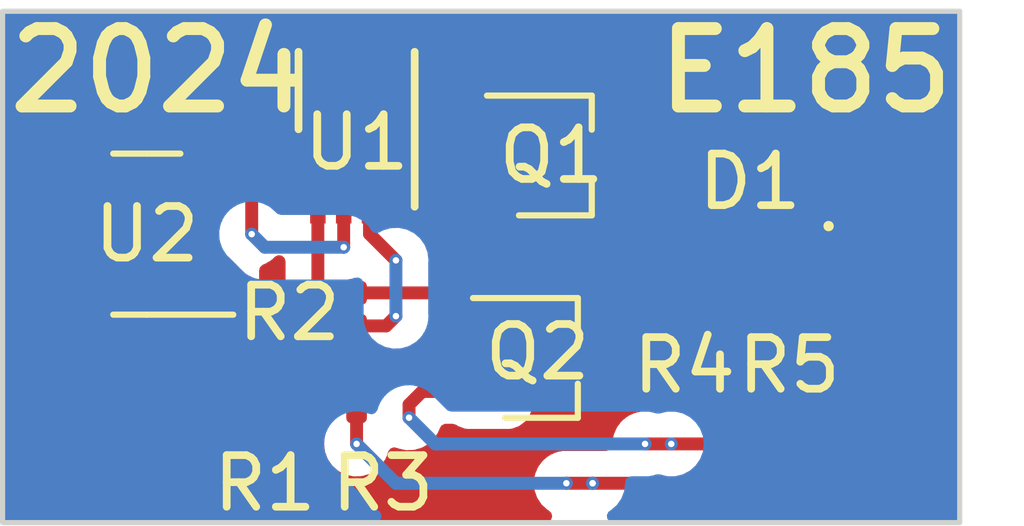
<source format=kicad_pcb>
(kicad_pcb (version 20221018) (generator pcbnew)
  (layers (0 "F.Cu" signal) (31 "B.Cu" signal) (34 "B.Paste" user) (35 "F.Paste" user) (36 "B.SilkS" user "B.Silkscreen") (37 "F.SilkS" user "F.Silkscreen") (38 "B.Mask" user) (39 "F.Mask" user) (44 "Edge.Cuts" user))
  (net 0 "")
  (net 1 "Net-(D1-K)")
  (net 2 "5V")
  (net 3 "Net-(Q1-B)")
  (net 4 "Net-(Q1-E)")
  (net 5 "Net-(Q2-E)")
  (net 6 "0")
  (net 7 "Net-(U1A-+)")
  (net 8 "Net-(U1A--)")
  (footprint "Resistor_SMD:R_0201_0603Metric" (layer "F.Cu") (at 121.666 87.31 90)
    (fp_text reference "R2" (at -0.066 -1.304) (layer "F.SilkS"))
    (fp_text value "R" hide)
    (pad "1" smd roundrect (at -0.32 0 90) (size 0.46 0.4) (layers "F.Cu" "F.Mask") (net 7 "Net-(U1A-+)"))
    (pad "2" smd roundrect (at 0.32 0 90) (size 0.46 0.4) (layers "F.Cu" "F.Mask") (net 3 "Net-(Q1-B)"))
  )
  (footprint "Resistor_SMD:R_0201_0603Metric" (layer "F.Cu") (at 128.778 86.805 90)
    (fp_text reference "R4" (at -1.587 -0.762 180) (layer "F.SilkS"))
    (fp_text value "R" hide)
    (pad "1" smd roundrect (at -0.32 0 90) (size 0.46 0.4) (layers "F.Cu" "F.Mask") (net 6 "0"))
    (pad "2" smd roundrect (at 0.32 0 90) (size 0.46 0.4) (layers "F.Cu" "F.Mask") (net 4 "Net-(Q1-E)"))
  )
  (footprint "LED_SMD:LED_0201_0603Metric" (layer "F.Cu") (at 130.81 84.836 90)
    (fp_text reference "D1" (at 0 -1.524 180) (layer "F.SilkS"))
    (fp_text value "LED" hide)
    (fp_circle (center -0.86 0) (end -0.81 0) (stroke (width 0.1)) (fill none) (layer "F.SilkS"))
    (pad "1" smd roundrect (at -0.32 0 90) (size 0.46 0.4) (layers "F.Cu" "F.Mask") (net 1 "Net-(D1-K)"))
    (pad "2" smd roundrect (at 0.32 0 90) (size 0.46 0.4) (layers "F.Cu" "F.Mask") (net 2 "5V"))
  )
  (footprint "Package_DFN_QFN:DFN-8-1EP_3x2mm_P0.5mm_EP1.75x1.45mm" (layer "F.Cu") (at 121.666 83.82 90)
    (fp_text reference "U1" (at -0.254 0 180) (layer "F.SilkS"))
    (fp_text value "MCP6002-xMC" hide)
    (fp_line (start -1.5 1.125) (end 1.5 1.125) (stroke (width 0.15)) (layer "F.SilkS"))
    (fp_line (start 0 -1.125) (end 1.5 -1.125) (stroke (width 0.15)) (layer "F.SilkS"))
    (pad "1" smd rect (at -1.45 -0.75 90) (size 0.75 0.3) (layers "F.Cu" "F.Paste" "F.Mask") (net 3 "Net-(Q1-B)"))
    (pad "2" smd rect (at -1.45 -0.25 90) (size 0.75 0.3) (layers "F.Cu" "F.Paste" "F.Mask") (net 8 "Net-(U1A--)"))
    (pad "3" smd rect (at -1.45 0.25 90) (size 0.75 0.3) (layers "F.Cu" "F.Paste" "F.Mask") (net 7 "Net-(U1A-+)"))
    (pad "4" smd rect (at -1.45 0.75 90) (size 0.75 0.3) (layers "F.Cu" "F.Paste" "F.Mask"))
    (pad "5" smd rect (at 1.45 0.75 90) (size 0.75 0.3) (layers "F.Cu" "F.Paste" "F.Mask"))
    (pad "6" smd rect (at 1.45 0.25 90) (size 0.75 0.3) (layers "F.Cu" "F.Paste" "F.Mask"))
    (pad "7" smd rect (at 1.45 -0.25 90) (size 0.75 0.3) (layers "F.Cu" "F.Paste" "F.Mask"))
    (pad "8" smd rect (at 1.45 -0.75 90) (size 0.75 0.3) (layers "F.Cu" "F.Paste" "F.Mask"))
    (pad "9" smd rect (at 0 0 90) (size 1.75 1.45) (layers "F.Cu" "F.Mask"))
  )
  (footprint "Resistor_SMD:R_0201_0603Metric" (layer "F.Cu") (at 130.81 87.031 90)
    (fp_text reference "R5" (at -1.361 -0.762 180) (layer "F.SilkS"))
    (fp_text value "R" hide)
    (pad "1" smd roundrect (at -0.32 0 90) (size 0.46 0.4) (layers "F.Cu" "F.Mask") (net 5 "Net-(Q2-E)"))
    (pad "2" smd roundrect (at 0.32 0 90) (size 0.46 0.4) (layers "F.Cu" "F.Mask") (net 1 "Net-(D1-K)"))
  )
  (footprint "Package_TO_SOT_SMD:SOT-323_SC-70" (layer "F.Cu") (at 125.492 84.328)
    (fp_text reference "Q1" (at -0.05 0) (layer "F.SilkS"))
    (fp_text value "2SC4213" hide)
    (fp_line (start -0.68 1.16) (end 0.73 1.16) (stroke (width 0.12)) (layer "F.SilkS"))
    (fp_line (start 0.73 -1.16) (end -1.3 -1.16) (stroke (width 0.12)) (layer "F.SilkS"))
    (fp_line (start 0.73 -1.16) (end 0.73 -0.5) (stroke (width 0.12)) (layer "F.SilkS"))
    (fp_line (start 0.73 0.5) (end 0.73 1.16) (stroke (width 0.12)) (layer "F.SilkS"))
    (pad "1" smd rect (at -1 -0.65 270) (size 0.45 0.7) (layers "F.Cu" "F.Paste" "F.Mask") (net 3 "Net-(Q1-B)"))
    (pad "2" smd rect (at -1 0.65 270) (size 0.45 0.7) (layers "F.Cu" "F.Paste" "F.Mask") (net 4 "Net-(Q1-E)"))
    (pad "3" smd rect (at 1 0 270) (size 0.45 0.7) (layers "F.Cu" "F.Paste" "F.Mask") (net 2 "5V"))
  )
  (footprint "Package_TO_SOT_SMD:SOT-23" (layer "F.Cu") (at 117.602 85.852 180)
    (fp_text reference "U2" (at 0 0) (layer "F.SilkS"))
    (fp_text value "LM35-LP" hide)
    (fp_line (start 0 -1.56) (end -1.675 -1.56) (stroke (width 0.12)) (layer "F.SilkS"))
    (fp_line (start 0 -1.56) (end 0.65 -1.56) (stroke (width 0.12)) (layer "F.SilkS"))
    (fp_line (start 0 1.56) (end -0.65 1.56) (stroke (width 0.12)) (layer "F.SilkS"))
    (fp_line (start 0 1.56) (end 0.65 1.56) (stroke (width 0.12)) (layer "F.SilkS"))
    (pad "1" smd roundrect (at -0.9375 -0.95 180) (size 1.475 0.6) (layers "F.Cu" "F.Paste" "F.Mask"))
    (pad "2" smd roundrect (at -0.9375 0.95 180) (size 1.475 0.6) (layers "F.Cu" "F.Paste" "F.Mask") (net 8 "Net-(U1A--)"))
    (pad "3" smd roundrect (at 0.9375 0 180) (size 1.475 0.6) (layers "F.Cu" "F.Paste" "F.Mask") (net 6 "0"))
  )
  (footprint "Resistor_SMD:R_0201_0603Metric" (layer "F.Cu") (at 119.822 88.646 180)
    (fp_text reference "R1" (at -0.066 -2.032) (layer "F.SilkS"))
    (fp_text value "R" hide)
    (pad "1" smd roundrect (at -0.32 0 180) (size 0.46 0.4) (layers "F.Cu" "F.Mask") (net 7 "Net-(U1A-+)"))
    (pad "2" smd roundrect (at 0.32 0 180) (size 0.46 0.4) (layers "F.Cu" "F.Mask") (net 6 "0"))
  )
  (footprint "Package_TO_SOT_SMD:SOT-323_SC-70" (layer "F.Cu") (at 125.222 88.25)
    (fp_text reference "Q2" (at -0.05 -0.112) (layer "F.SilkS"))
    (fp_text value "BC857W" hide)
    (fp_line (start -0.68 1.16) (end 0.73 1.16) (stroke (width 0.12)) (layer "F.SilkS"))
    (fp_line (start 0.73 -1.16) (end -1.3 -1.16) (stroke (width 0.12)) (layer "F.SilkS"))
    (fp_line (start 0.73 -1.16) (end 0.73 -0.5) (stroke (width 0.12)) (layer "F.SilkS"))
    (fp_line (start 0.73 0.5) (end 0.73 1.16) (stroke (width 0.12)) (layer "F.SilkS"))
    (pad "1" smd rect (at -1 -0.65 270) (size 0.45 0.7) (layers "F.Cu" "F.Paste" "F.Mask") (net 3 "Net-(Q1-B)"))
    (pad "2" smd rect (at -1 0.65 270) (size 0.45 0.7) (layers "F.Cu" "F.Paste" "F.Mask") (net 5 "Net-(Q2-E)"))
    (pad "3" smd rect (at 1 0 270) (size 0.45 0.7) (layers "F.Cu" "F.Paste" "F.Mask") (net 6 "0"))
  )
  (footprint "Resistor_SMD:R_0201_0603Metric" (layer "F.Cu") (at 121.666 88.966 90)
    (fp_text reference "R3" (at -1.712 0.508) (layer "F.SilkS"))
    (fp_text value "R" hide)
    (pad "1" smd roundrect (at -0.32 0 90) (size 0.46 0.4) (layers "F.Cu" "F.Mask") (net 2 "5V"))
    (pad "2" smd roundrect (at 0.32 0 90) (size 0.46 0.4) (layers "F.Cu" "F.Mask") (net 7 "Net-(U1A-+)"))
  )
  (gr_rect (start 114.808 81.534) (end 133.35 91.44) (stroke (width 0.1)) (fill none) (layer "Edge.Cuts"))
  (gr_text "2024      E185 \n" (at 114.808 83.566) (layer "F.SilkS") (effects (font (size 1.5 1.5) (thickness 0.25) bold) (justify left bottom)))
  (segment (start 130.81 85.156) (end 130.81 86.711) (width 0.25) (layer "F.Cu") (net 1))
  (segment (start 131.009999 84.516) (end 130.81 84.516) (width 0.25) (layer "F.Cu") (net 2))
  (segment (start 126.238 90.678) (end 125.73 90.678) (width 0.25) (layer "F.Cu") (net 2))
  (segment (start 121.666 89.916) (end 121.666 89.286) (width 0.25) (layer "F.Cu") (net 2))
  (segment (start 130.622 84.328) (end 126.492 84.328) (width 0.25) (layer "F.Cu") (net 2))
  (segment (start 129.032 90.678) (end 131.572 88.138) (width 0.25) (layer "F.Cu") (net 2))
  (segment (start 130.81 84.516) (end 130.622 84.328) (width 0.25) (layer "F.Cu") (net 2))
  (segment (start 131.572 85.078001) (end 131.009999 84.516) (width 0.25) (layer "F.Cu") (net 2))
  (segment (start 126.238 90.678) (end 129.032 90.678) (width 0.25) (layer "F.Cu") (net 2))
  (segment (start 131.572 88.138) (end 131.572 85.078001) (width 0.25) (layer "F.Cu") (net 2))
  (via (at 121.666 89.916) (size 0.25) (drill 0.125) (layers "F.Cu" "B.Cu") (net 2))
  (via (at 126.238 90.678) (size 0.25) (drill 0.125) (layers "F.Cu" "B.Cu") (net 2))
  (via (at 125.73 90.678) (size 0.25) (drill 0.125) (layers "F.Cu" "B.Cu") (net 2))
  (via (at 126.238 90.678) (size 0.25) (drill 0.125) (layers "F.Cu" "B.Cu") (net 2))
  (segment (start 125.73 90.678) (end 122.428 90.678) (width 0.25) (layer "B.Cu") (net 2))
  (segment (start 122.428 90.678) (end 121.666 89.916) (width 0.25) (layer "B.Cu") (net 2))
  (segment (start 121.038 86.99) (end 120.916 86.868) (width 0.25) (layer "F.Cu") (net 3))
  (segment (start 121.666 86.99) (end 123.612 86.99) (width 0.25) (layer "F.Cu") (net 3))
  (segment (start 123.612 86.99) (end 124.222 87.6) (width 0.25) (layer "F.Cu") (net 3))
  (segment (start 123.444 84.726) (end 123.444 86.868) (width 0.25) (layer "F.Cu") (net 3))
  (segment (start 120.916 86.868) (end 120.916 85.27) (width 0.25) (layer "F.Cu") (net 3))
  (segment (start 121.666 86.99) (end 121.038 86.99) (width 0.25) (layer "F.Cu") (net 3))
  (segment (start 124.492 83.678) (end 123.444 84.726) (width 0.25) (layer "F.Cu") (net 3))
  (segment (start 128.016 86.106) (end 128.395 86.485) (width 0.25) (layer "F.Cu") (net 4))
  (segment (start 124.714 86.106) (end 128.016 86.106) (width 0.25) (layer "F.Cu") (net 4))
  (segment (start 124.492 84.978) (end 124.492 85.884) (width 0.25) (layer "F.Cu") (net 4))
  (segment (start 124.492 85.884) (end 124.714 86.106) (width 0.25) (layer "F.Cu") (net 4))
  (segment (start 128.395 86.485) (end 128.778 86.485) (width 0.25) (layer "F.Cu") (net 4))
  (segment (start 122.682 89.154) (end 122.936 88.9) (width 0.25) (layer "F.Cu") (net 5))
  (segment (start 130.81 87.884) (end 130.81 87.351) (width 0.25) (layer "F.Cu") (net 5))
  (segment (start 128.778 89.916) (end 130.81 87.884) (width 0.25) (layer "F.Cu") (net 5))
  (segment (start 127.762 89.916) (end 127.254 89.916) (width 0.25) (layer "F.Cu") (net 5))
  (segment (start 127.762 89.916) (end 128.778 89.916) (width 0.25) (layer "F.Cu") (net 5))
  (segment (start 122.936 88.9) (end 124.222 88.9) (width 0.25) (layer "F.Cu") (net 5))
  (segment (start 122.682 89.408) (end 122.682 89.154) (width 0.25) (layer "F.Cu") (net 5))
  (via (at 127.762 89.916) (size 0.25) (drill 0.125) (layers "F.Cu" "B.Cu") (net 5))
  (via (at 127.254 89.916) (size 0.25) (drill 0.125) (layers "F.Cu" "B.Cu") (net 5))
  (via (at 122.682 89.408) (size 0.25) (drill 0.125) (layers "F.Cu" "B.Cu") (net 5))
  (segment (start 127.254 89.916) (end 123.19 89.916) (width 0.25) (layer "B.Cu") (net 5))
  (segment (start 123.19 89.916) (end 122.682 89.408) (width 0.25) (layer "B.Cu") (net 5))
  (segment (start 120.142 88.646) (end 121.666 88.646) (width 0.25) (layer "F.Cu") (net 7))
  (segment (start 122.238 87.63) (end 121.666 87.63) (width 0.25) (layer "F.Cu") (net 7))
  (segment (start 121.916 85.848) (end 122.428 86.36) (width 0.25) (layer "F.Cu") (net 7))
  (segment (start 122.428 87.44) (end 122.238 87.63) (width 0.25) (layer "F.Cu") (net 7))
  (segment (start 121.916 85.27) (end 121.916 85.848) (width 0.25) (layer "F.Cu") (net 7))
  (segment (start 121.666 87.63) (end 121.666 88.646) (width 0.25) (layer "F.Cu") (net 7))
  (via (at 122.428 86.36) (size 0.25) (drill 0.125) (layers "F.Cu" "B.Cu") (net 7))
  (via (at 122.428 87.44) (size 0.25) (drill 0.125) (layers "F.Cu" "B.Cu") (net 7))
  (segment (start 122.428 86.36) (end 122.428 87.44) (width 0.25) (layer "B.Cu") (net 7))
  (segment (start 119.446 84.902) (end 118.5395 84.902) (width 0.25) (layer "F.Cu") (net 8))
  (segment (start 119.634 85.09) (end 119.446 84.902) (width 0.25) (layer "F.Cu") (net 8))
  (segment (start 119.634 85.852) (end 119.634 85.09) (width 0.25) (layer "F.Cu") (net 8))
  (segment (start 121.416 86.106) (end 121.416 85.27) (width 0.25) (layer "F.Cu") (net 8))
  (via (at 119.634 85.852) (size 0.25) (drill 0.125) (layers "F.Cu" "B.Cu") (net 8))
  (via (at 121.416 86.106) (size 0.25) (drill 0.125) (layers "F.Cu" "B.Cu") (net 8))
  (segment (start 121.416 86.106) (end 119.888 86.106) (width 0.25) (layer "B.Cu") (net 8))
  (segment (start 119.888 86.106) (end 119.634 85.852) (width 0.25) (layer "B.Cu") (net 8))
  (zone (net 6) (net_name "0") (layer "F.Cu") (priority 1) (connect_pads (clearance 0.5)) (min_thickness 0.25) (fill yes (thermal_gap 0.5) (thermal_bridge_width 0.5))
    (polygon (pts (xy 114.808 81.534) (xy 133.35 81.534) (xy 133.35 91.44) (xy 114.808 91.44)))
  )
  (zone (net 6) (net_name "0") (layer "B.Cu") (priority 2) (connect_pads (clearance 0.5)) (min_thickness 0.25) (fill yes (thermal_gap 0.5) (thermal_bridge_width 0.5))
    (polygon (pts (xy 133.35 91.44) (xy 133.35 81.534) (xy 114.808 81.534) (xy 114.808 91.44)))
  )
)
</source>
